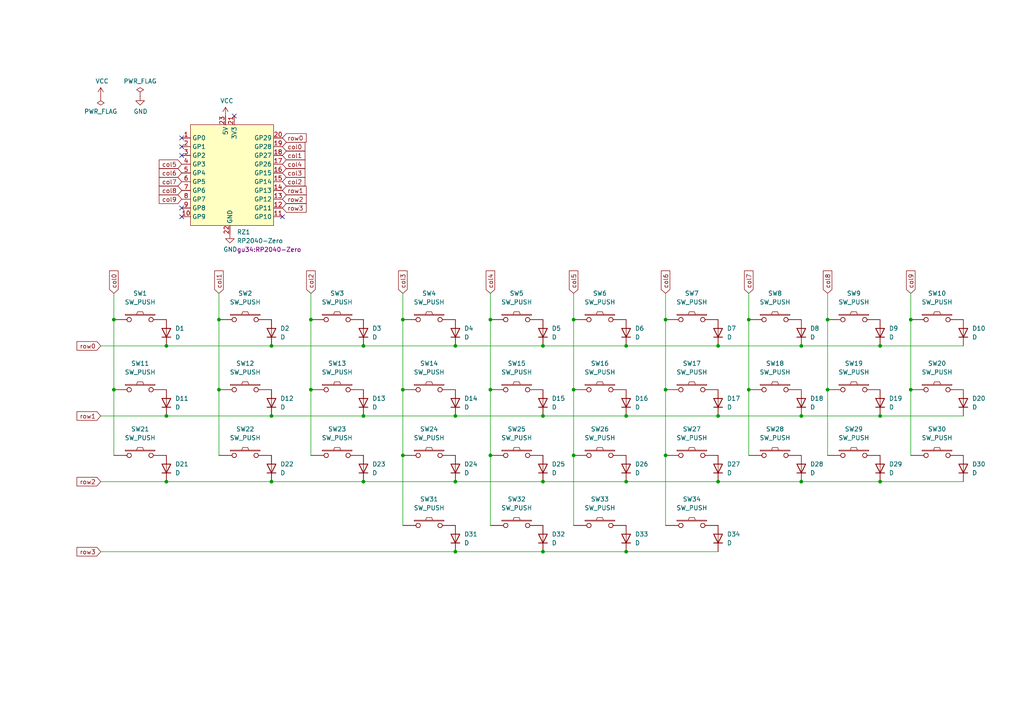
<source format=kicad_sch>
(kicad_sch (version 20211123) (generator eeschema)
  (paper "A4")
  (lib_symbols
    (symbol "Device:D" (pin_numbers hide) (pin_names (offset 1.016) hide)
      (property "Reference" "D" (at 0 2.54 0))
      (property "Value" "D" (at 0 -2.54 0))
      (symbol "D_0_1"
        (polyline (pts (xy -1.27 1.27) (xy -1.27 -1.27)) (stroke (width 0.254)))
        (polyline (pts (xy 1.27 0) (xy -1.27 0)))
        (polyline (pts (xy 1.27 1.27) (xy 1.27 -1.27) (xy -1.27 0) (xy 1.27 1.27)) (stroke (width 0.254)))
      )
      (symbol "D_1_1"
        (pin passive line (at -3.81 0 0) (length 2.54) (name "K") (number "1"))
        (pin passive line (at 3.81 0 180) (length 2.54) (name "A") (number "2"))
      )
    )
    (symbol "foostan_kbd:SW_PUSH" (pin_numbers hide) (pin_names (offset 1.016) hide)
      (property "Reference" "SW" (at 3.81 2.794 0))
      (property "Value" "SW_PUSH" (at 0 -2.032 0))
      (symbol "SW_PUSH_0_1"
        (rectangle (start -4.318 1.27) (end 4.318 1.524))
        (polyline (pts (xy -1.016 1.524) (xy -0.762 2.286) (xy 0.762 2.286) (xy 1.016 1.524)))
        (pin passive inverted (at -7.62 0 0) (length 5.08) (name "1") (number "1"))
        (pin passive inverted (at 7.62 0 180) (length 5.08) (name "2") (number "2"))
      )
    )
    (symbol "gu36:RP2040-Zero"
      (property "Reference" "RZ1" (at 2.0194 -17.145 0))
      (property "Value" "RP2040-Zero" (at 2.0194 -19.685 0))
      (property "Footprint" "gu36:RP2040-Zero" (at 2.0194 -22.225 0))
      (symbol "RP2040-Zero_0_1"
        (rectangle (start -11.43 -15.24) (end 12.7 13.97) (fill (type background)))
      )
      (symbol "RP2040-Zero_1_1"
        (pin bidirectional line (at -13.97 10.16 0) (length 2.54) (name "GP0") (number "1"))
        (pin bidirectional line (at -13.97 -12.7 0) (length 2.54) (name "GP9") (number "10"))
        (pin bidirectional line (at 15.24 -12.7 180) (length 2.54) (name "GP10") (number "11"))
        (pin bidirectional line (at 15.24 -10.16 180) (length 2.54) (name "GP11") (number "12"))
        (pin bidirectional line (at 15.24 -7.62 180) (length 2.54) (name "GP12") (number "13"))
        (pin bidirectional line (at 15.24 -5.08 180) (length 2.54) (name "GP13") (number "14"))
        (pin bidirectional line (at 15.24 -2.54 180) (length 2.54) (name "GP14") (number "15"))
        (pin bidirectional line (at 15.24 0 180) (length 2.54) (name "GP15") (number "16"))
        (pin bidirectional line (at 15.24 2.54 180) (length 2.54) (name "GP26") (number "17"))
        (pin bidirectional line (at 15.24 5.08 180) (length 2.54) (name "GP27") (number "18"))
        (pin bidirectional line (at 15.24 7.62 180) (length 2.54) (name "GP28") (number "19"))
        (pin bidirectional line (at -13.97 7.62 0) (length 2.54) (name "GP1") (number "2"))
        (pin bidirectional line (at 15.24 10.16 180) (length 2.54) (name "GP29") (number "20"))
        (pin power_in line (at 1.27 16.51 270) (length 2.54) (name "3V3") (number "21"))
        (pin power_in line (at 0 -17.78 90) (length 2.54) (name "GND") (number "22"))
        (pin power_in line (at -1.27 16.51 270) (length 2.54) (name "5V") (number "23"))
        (pin bidirectional line (at -13.97 5.08 0) (length 2.54) (name "GP2") (number "3"))
        (pin bidirectional line (at -13.97 2.54 0) (length 2.54) (name "GP3") (number "4"))
        (pin bidirectional line (at -13.97 0 0) (length 2.54) (name "GP4") (number "5"))
        (pin bidirectional line (at -13.97 -2.54 0) (length 2.54) (name "GP5") (number "6"))
        (pin bidirectional line (at -13.97 -5.08 0) (length 2.54) (name "GP6") (number "7"))
        (pin bidirectional line (at -13.97 -7.62 0) (length 2.54) (name "GP7") (number "8"))
        (pin bidirectional line (at -13.97 -10.16 0) (length 2.54) (name "GP8") (number "9"))
      )
    )
    (symbol "power:GND" (power) (pin_names (offset 0))
      (property "Value" "GND" (at 0 -3.81 0))
      (symbol "GND_0_1"
        (polyline (pts (xy 0 0) (xy 0 -1.27) (xy 1.27 -1.27) (xy 0 -2.54) (xy -1.27 -1.27) (xy 0 -1.27)))
      )
      (symbol "GND_1_1"
        (pin power_in line (at 0 0 270) (length 0) hide (name "GND") (number "1"))
      )
    )
    (symbol "power:PWR_FLAG" (power) (pin_numbers hide) (pin_names (offset 0) hide)
      (property "Value" "PWR_FLAG" (at 0 3.81 0))
      (symbol "PWR_FLAG_0_0"
        (pin power_out line (at 0 0 90) (length 0) (name "pwr") (number "1"))
      )
      (symbol "PWR_FLAG_0_1"
        (polyline (pts (xy 0 0) (xy 0 1.27) (xy -1.016 1.905) (xy 0 2.54) (xy 1.016 1.905) (xy 0 1.27)))
      )
    )
    (symbol "power:VCC" (power) (pin_names (offset 0))
      (property "Value" "VCC" (at 0 3.81 0))
      (symbol "VCC_0_1"
        (polyline (pts (xy -0.762 1.27) (xy 0 2.54)))
        (polyline (pts (xy 0 0) (xy 0 2.54)))
        (polyline (pts (xy 0 2.54) (xy 0.762 1.27)))
      )
      (symbol "VCC_1_1"
        (pin power_in line (at 0 0 90) (length 0) hide (name "VCC") (number "1"))
      )
    )
  )
  (junction (at 78.74 139.7))
  (junction (at 116.84 132.08))
  (junction (at 255.27 139.7))
  (junction (at 48.26 120.65))
  (junction (at 193.04 113.03))
  (junction (at 48.26 100.33))
  (junction (at 193.04 132.08))
  (junction (at 264.16 113.03))
  (junction (at 105.41 120.65))
  (junction (at 240.03 113.03))
  (junction (at 132.08 120.65))
  (junction (at 166.37 113.03))
  (junction (at 142.24 132.08))
  (junction (at 166.37 92.71))
  (junction (at 181.61 139.7))
  (junction (at 255.27 100.33))
  (junction (at 166.37 132.08))
  (junction (at 78.74 100.33))
  (junction (at 132.08 100.33))
  (junction (at 48.26 139.7))
  (junction (at 181.61 120.65))
  (junction (at 33.02 113.03))
  (junction (at 264.16 92.71))
  (junction (at 132.08 160.02))
  (junction (at 142.24 113.03))
  (junction (at 208.28 100.33))
  (junction (at 63.5 113.03))
  (junction (at 181.61 100.33))
  (junction (at 90.17 113.03))
  (junction (at 33.02 92.71))
  (junction (at 193.04 92.71))
  (junction (at 157.48 100.33))
  (junction (at 157.48 120.65))
  (junction (at 157.48 160.02))
  (junction (at 90.17 92.71))
  (junction (at 142.24 92.71))
  (junction (at 105.41 100.33))
  (junction (at 240.03 92.71))
  (junction (at 116.84 92.71))
  (junction (at 208.28 120.65))
  (junction (at 105.41 139.7))
  (junction (at 217.17 92.71))
  (junction (at 217.17 113.03))
  (junction (at 232.41 100.33))
  (junction (at 232.41 120.65))
  (junction (at 132.08 139.7))
  (junction (at 255.27 120.65))
  (junction (at 78.74 120.65))
  (junction (at 208.28 139.7))
  (junction (at 157.48 139.7))
  (junction (at 63.5 92.71))
  (junction (at 181.61 160.02))
  (junction (at 116.84 113.03))
  (junction (at 232.41 139.7))
  (no_connect (at 52.705 45.085))
  (no_connect (at 52.705 62.865))
  (no_connect (at 52.705 40.005))
  (no_connect (at 81.915 62.865))
  (no_connect (at 67.945 33.655))
  (no_connect (at 52.705 60.325))
  (no_connect (at 52.705 42.545))
  (wire (pts (xy 116.84 132.08) (xy 116.84 152.4)))
  (wire (pts (xy 142.24 92.71) (xy 142.24 113.03)))
  (wire (pts (xy 90.17 85.09) (xy 90.17 92.71)))
  (wire (pts (xy 29.21 139.7) (xy 48.26 139.7)))
  (wire (pts (xy 181.61 100.33) (xy 208.28 100.33)))
  (wire (pts (xy 166.37 132.08) (xy 166.37 152.4)))
  (wire (pts (xy 33.02 113.03) (xy 33.02 132.08)))
  (wire (pts (xy 48.26 139.7) (xy 78.74 139.7)))
  (wire (pts (xy 116.84 85.09) (xy 116.84 92.71)))
  (wire (pts (xy 264.16 92.71) (xy 264.16 113.03)))
  (wire (pts (xy 264.16 85.09) (xy 264.16 92.71)))
  (wire (pts (xy 193.04 85.09) (xy 193.04 92.71)))
  (wire (pts (xy 217.17 85.09) (xy 217.17 92.71)))
  (wire (pts (xy 78.74 120.65) (xy 105.41 120.65)))
  (wire (pts (xy 264.16 113.03) (xy 264.16 132.08)))
  (wire (pts (xy 232.41 120.65) (xy 255.27 120.65)))
  (wire (pts (xy 166.37 85.09) (xy 166.37 92.71)))
  (wire (pts (xy 157.48 139.7) (xy 181.61 139.7)))
  (wire (pts (xy 142.24 85.09) (xy 142.24 92.71)))
  (wire (pts (xy 232.41 139.7) (xy 255.27 139.7)))
  (wire (pts (xy 193.04 113.03) (xy 193.04 132.08)))
  (wire (pts (xy 208.28 139.7) (xy 232.41 139.7)))
  (wire (pts (xy 132.08 100.33) (xy 157.48 100.33)))
  (wire (pts (xy 157.48 100.33) (xy 181.61 100.33)))
  (wire (pts (xy 166.37 113.03) (xy 166.37 132.08)))
  (wire (pts (xy 255.27 100.33) (xy 279.4 100.33)))
  (wire (pts (xy 63.5 92.71) (xy 63.5 113.03)))
  (wire (pts (xy 181.61 139.7) (xy 208.28 139.7)))
  (wire (pts (xy 116.84 92.71) (xy 116.84 113.03)))
  (wire (pts (xy 217.17 113.03) (xy 217.17 132.08)))
  (wire (pts (xy 240.03 113.03) (xy 240.03 132.08)))
  (wire (pts (xy 29.21 160.02) (xy 132.08 160.02)))
  (wire (pts (xy 33.02 85.09) (xy 33.02 92.71)))
  (wire (pts (xy 63.5 113.03) (xy 63.5 132.08)))
  (wire (pts (xy 142.24 132.08) (xy 142.24 152.4)))
  (wire (pts (xy 78.74 139.7) (xy 105.41 139.7)))
  (wire (pts (xy 90.17 92.71) (xy 90.17 113.03)))
  (wire (pts (xy 48.26 100.33) (xy 78.74 100.33)))
  (wire (pts (xy 105.41 120.65) (xy 132.08 120.65)))
  (wire (pts (xy 132.08 120.65) (xy 157.48 120.65)))
  (wire (pts (xy 193.04 132.08) (xy 193.04 152.4)))
  (wire (pts (xy 240.03 85.09) (xy 240.03 92.71)))
  (wire (pts (xy 29.21 100.33) (xy 48.26 100.33)))
  (wire (pts (xy 116.84 113.03) (xy 116.84 132.08)))
  (wire (pts (xy 132.08 139.7) (xy 157.48 139.7)))
  (wire (pts (xy 78.74 100.33) (xy 105.41 100.33)))
  (wire (pts (xy 217.17 92.71) (xy 217.17 113.03)))
  (wire (pts (xy 63.5 85.09) (xy 63.5 92.71)))
  (wire (pts (xy 105.41 139.7) (xy 132.08 139.7)))
  (wire (pts (xy 181.61 120.65) (xy 208.28 120.65)))
  (wire (pts (xy 232.41 100.33) (xy 255.27 100.33)))
  (wire (pts (xy 208.28 100.33) (xy 232.41 100.33)))
  (wire (pts (xy 29.21 120.65) (xy 48.26 120.65)))
  (wire (pts (xy 255.27 139.7) (xy 279.4 139.7)))
  (wire (pts (xy 132.08 160.02) (xy 157.48 160.02)))
  (wire (pts (xy 208.28 120.65) (xy 232.41 120.65)))
  (wire (pts (xy 142.24 113.03) (xy 142.24 132.08)))
  (wire (pts (xy 166.37 92.71) (xy 166.37 113.03)))
  (wire (pts (xy 181.61 160.02) (xy 208.28 160.02)))
  (wire (pts (xy 33.02 92.71) (xy 33.02 113.03)))
  (wire (pts (xy 255.27 120.65) (xy 279.4 120.65)))
  (wire (pts (xy 90.17 113.03) (xy 90.17 132.08)))
  (wire (pts (xy 157.48 120.65) (xy 181.61 120.65)))
  (wire (pts (xy 157.48 160.02) (xy 181.61 160.02)))
  (wire (pts (xy 193.04 92.71) (xy 193.04 113.03)))
  (wire (pts (xy 105.41 100.33) (xy 132.08 100.33)))
  (wire (pts (xy 240.03 92.71) (xy 240.03 113.03)))
  (wire (pts (xy 48.26 120.65) (xy 78.74 120.65)))
  (global_label "row2" (shape input) (at 29.21 139.7 180) (property "シート間のリファレンス" "${INTERSHEET_REFS}" (effects hide)))
  (global_label "col9" (shape input) (at 264.16 85.09 90) (property "シート間のリファレンス" "${INTERSHEET_REFS}" (effects hide)))
  (global_label "row0" (shape input) (at 81.915 40.005 0) (property "シート間のリファレンス" "${INTERSHEET_REFS}" (effects hide)))
  (global_label "row1" (shape input) (at 81.915 55.245 0) (property "シート間のリファレンス" "${INTERSHEET_REFS}" (effects hide)))
  (global_label "row3" (shape input) (at 29.21 160.02 180) (property "シート間のリファレンス" "${INTERSHEET_REFS}" (effects hide)))
  (global_label "col7" (shape input) (at 52.705 52.705 180) (property "シート間のリファレンス" "${INTERSHEET_REFS}" (effects hide)))
  (global_label "row3" (shape input) (at 81.915 60.325 0) (property "シート間のリファレンス" "${INTERSHEET_REFS}" (effects hide)))
  (global_label "col1" (shape input) (at 63.5 85.09 90) (property "シート間のリファレンス" "${INTERSHEET_REFS}" (effects hide)))
  (global_label "col7" (shape input) (at 217.17 85.09 90) (property "シート間のリファレンス" "${INTERSHEET_REFS}" (effects hide)))
  (global_label "col8" (shape input) (at 240.03 85.09 90) (property "シート間のリファレンス" "${INTERSHEET_REFS}" (effects hide)))
  (global_label "row2" (shape input) (at 81.915 57.785 0) (property "シート間のリファレンス" "${INTERSHEET_REFS}" (effects hide)))
  (global_label "col1" (shape input) (at 81.915 45.085 0) (property "シート間のリファレンス" "${INTERSHEET_REFS}" (effects hide)))
  (global_label "col0" (shape input) (at 81.915 42.545 0) (property "シート間のリファレンス" "${INTERSHEET_REFS}" (effects hide)))
  (global_label "row1" (shape input) (at 29.21 120.65 180) (property "シート間のリファレンス" "${INTERSHEET_REFS}" (effects hide)))
  (global_label "row0" (shape input) (at 29.21 100.33 180) (property "シート間のリファレンス" "${INTERSHEET_REFS}" (effects hide)))
  (global_label "col6" (shape input) (at 52.705 50.165 180) (property "シート間のリファレンス" "${INTERSHEET_REFS}" (effects hide)))
  (global_label "col3" (shape input) (at 81.915 50.165 0) (property "シート間のリファレンス" "${INTERSHEET_REFS}" (effects hide)))
  (global_label "col5" (shape input) (at 52.705 47.625 180) (property "シート間のリファレンス" "${INTERSHEET_REFS}" (effects hide)))
  (global_label "col2" (shape input) (at 81.915 52.705 0) (property "シート間のリファレンス" "${INTERSHEET_REFS}" (effects hide)))
  (global_label "col9" (shape input) (at 52.705 57.785 180) (property "シート間のリファレンス" "${INTERSHEET_REFS}" (effects hide)))
  (global_label "col3" (shape input) (at 116.84 85.09 90) (property "シート間のリファレンス" "${INTERSHEET_REFS}" (effects hide)))
  (global_label "col4" (shape input) (at 81.915 47.625 0) (property "シート間のリファレンス" "${INTERSHEET_REFS}" (effects hide)))
  (global_label "col2" (shape input) (at 90.17 85.09 90) (property "シート間のリファレンス" "${INTERSHEET_REFS}" (effects hide)))
  (global_label "col6" (shape input) (at 193.04 85.09 90) (property "シート間のリファレンス" "${INTERSHEET_REFS}" (effects hide)))
  (global_label "col0" (shape input) (at 33.02 85.09 90) (property "シート間のリファレンス" "${INTERSHEET_REFS}" (effects hide)))
  (global_label "col4" (shape input) (at 142.24 85.09 90) (property "シート間のリファレンス" "${INTERSHEET_REFS}" (effects hide)))
  (global_label "col5" (shape input) (at 166.37 85.09 90) (property "シート間のリファレンス" "${INTERSHEET_REFS}" (effects hide)))
  (global_label "col8" (shape input) (at 52.705 55.245 180) (property "シート間のリファレンス" "${INTERSHEET_REFS}" (effects hide)))
  (symbol (lib_id "Device:D") (at 208.28 116.84 90) (unit 1)
    (property "Reference" "D17" (at 210.82 115.5699 90) (effects (justify right)))
    (property "Value" "D" (at 210.82 118.1099 90) (effects (justify right)))
    (property "Footprint" "gu34:Diode_SMD" (effects hide))
  )
  (symbol (lib_id "Device:D") (at 78.74 116.84 90) (unit 1)
    (property "Reference" "D12" (at 81.28 115.5699 90) (effects (justify right)))
    (property "Value" "D" (at 81.28 118.1099 90) (effects (justify right)))
    (property "Footprint" "gu34:Diode_SMD" (effects hide))
  )
  (symbol (lib_id "power:VCC") (at 29.21 27.94 0) (unit 1)
    (property "Reference" "#PWR01" (effects hide))
    (property "Value" "VCC" (at 29.591 23.5458 0))
  )
  (symbol (lib_id "foostan_kbd:SW_PUSH") (at 200.66 92.71 0) (unit 1)
    (property "Reference" "SW7" (at 200.66 85.09 0))
    (property "Value" "SW_PUSH" (at 200.66 87.63 0))
    (property "Footprint" "gu34:SW_Choc" (effects hide))
  )
  (symbol (lib_id "Device:D") (at 48.26 116.84 90) (unit 1)
    (property "Reference" "D11" (at 50.8 115.5699 90) (effects (justify right)))
    (property "Value" "D" (at 50.8 118.1099 90) (effects (justify right)))
    (property "Footprint" "gu34:Diode_SMD" (effects hide))
  )
  (symbol (lib_id "power:GND") (at 40.64 27.94 0) (unit 1)
    (property "Reference" "#PWR02" (effects hide))
    (property "Value" "GND" (at 40.767 32.3342 0))
  )
  (symbol (lib_id "Device:D") (at 105.41 135.89 90) (unit 1)
    (property "Reference" "D23" (at 107.95 134.6199 90) (effects (justify right)))
    (property "Value" "D" (at 107.95 137.1599 90) (effects (justify right)))
    (property "Footprint" "gu34:Diode_SMD" (effects hide))
  )
  (symbol (lib_id "foostan_kbd:SW_PUSH") (at 40.64 132.08 0) (unit 1)
    (property "Reference" "SW21" (at 40.64 124.46 0))
    (property "Value" "SW_PUSH" (at 40.64 127 0))
    (property "Footprint" "gu34:SW_Choc" (effects hide))
  )
  (symbol (lib_id "Device:D") (at 48.26 135.89 90) (unit 1)
    (property "Reference" "D21" (at 50.8 134.6199 90) (effects (justify right)))
    (property "Value" "D" (at 50.8 137.1599 90) (effects (justify right)))
    (property "Footprint" "gu34:Diode_SMD" (effects hide))
  )
  (symbol (lib_id "foostan_kbd:SW_PUSH") (at 173.99 113.03 0) (unit 1)
    (property "Reference" "SW16" (at 173.99 105.41 0))
    (property "Value" "SW_PUSH" (at 173.99 107.95 0))
    (property "Footprint" "gu34:SW_Choc" (effects hide))
  )
  (symbol (lib_id "power:GND") (at 66.675 67.945 0) (unit 1)
    (property "Reference" "#PWR04" (effects hide))
    (property "Value" "GND" (at 66.802 72.3392 0))
  )
  (symbol (lib_id "foostan_kbd:SW_PUSH") (at 40.64 113.03 0) (unit 1)
    (property "Reference" "SW11" (at 40.64 105.41 0))
    (property "Value" "SW_PUSH" (at 40.64 107.95 0))
    (property "Footprint" "gu34:SW_Choc" (effects hide))
  )
  (symbol (lib_id "Device:D") (at 255.27 96.52 90) (unit 1)
    (property "Reference" "D9" (at 257.81 95.2499 90) (effects (justify right)))
    (property "Value" "D" (at 257.81 97.7899 90) (effects (justify right)))
    (property "Footprint" "gu34:Diode_SMD" (effects hide))
  )
  (symbol (lib_id "Device:D") (at 255.27 116.84 90) (unit 1)
    (property "Reference" "D19" (at 257.81 115.5699 90) (effects (justify right)))
    (property "Value" "D" (at 257.81 118.1099 90) (effects (justify right)))
    (property "Footprint" "gu34:Diode_SMD" (effects hide))
  )
  (symbol (lib_id "Device:D") (at 132.08 96.52 90) (unit 1)
    (property "Reference" "D4" (at 134.62 95.2499 90) (effects (justify right)))
    (property "Value" "D" (at 134.62 97.7899 90) (effects (justify right)))
    (property "Footprint" "gu34:Diode_SMD" (effects hide))
  )
  (symbol (lib_id "Device:D") (at 78.74 96.52 90) (unit 1)
    (property "Reference" "D2" (at 81.28 95.2499 90) (effects (justify right)))
    (property "Value" "D" (at 81.28 97.7899 90) (effects (justify right)))
    (property "Footprint" "gu34:Diode_SMD" (effects hide))
  )
  (symbol (lib_id "foostan_kbd:SW_PUSH") (at 247.65 113.03 0) (unit 1)
    (property "Reference" "SW19" (at 247.65 105.41 0))
    (property "Value" "SW_PUSH" (at 247.65 107.95 0))
    (property "Footprint" "gu34:SW_Choc" (effects hide))
  )
  (symbol (lib_id "Device:D") (at 181.61 116.84 90) (unit 1)
    (property "Reference" "D16" (at 184.15 115.5699 90) (effects (justify right)))
    (property "Value" "D" (at 184.15 118.1099 90) (effects (justify right)))
    (property "Footprint" "gu34:Diode_SMD" (effects hide))
  )
  (symbol (lib_id "Device:D") (at 78.74 135.89 90) (unit 1)
    (property "Reference" "D22" (at 81.28 134.6199 90) (effects (justify right)))
    (property "Value" "D" (at 81.28 137.1599 90) (effects (justify right)))
    (property "Footprint" "gu34:Diode_SMD" (effects hide))
  )
  (symbol (lib_id "Device:D") (at 279.4 96.52 90) (unit 1)
    (property "Reference" "D10" (at 281.94 95.2499 90) (effects (justify right)))
    (property "Value" "D" (at 281.94 97.7899 90) (effects (justify right)))
    (property "Footprint" "gu34:Diode_SMD" (effects hide))
  )
  (symbol (lib_id "Device:D") (at 232.41 96.52 90) (unit 1)
    (property "Reference" "D8" (at 234.95 95.2499 90) (effects (justify right)))
    (property "Value" "D" (at 234.95 97.7899 90) (effects (justify right)))
    (property "Footprint" "gu34:Diode_SMD" (effects hide))
  )
  (symbol (lib_id "foostan_kbd:SW_PUSH") (at 247.65 92.71 0) (unit 1)
    (property "Reference" "SW9" (at 247.65 85.09 0))
    (property "Value" "SW_PUSH" (at 247.65 87.63 0))
    (property "Footprint" "gu34:SW_Choc" (effects hide))
  )
  (symbol (lib_id "foostan_kbd:SW_PUSH") (at 200.66 113.03 0) (unit 1)
    (property "Reference" "SW17" (at 200.66 105.41 0))
    (property "Value" "SW_PUSH" (at 200.66 107.95 0))
    (property "Footprint" "gu34:SW_Choc" (effects hide))
  )
  (symbol (lib_id "foostan_kbd:SW_PUSH") (at 149.86 132.08 0) (unit 1)
    (property "Reference" "SW25" (at 149.86 124.46 0))
    (property "Value" "SW_PUSH" (at 149.86 127 0))
    (property "Footprint" "gu34:SW_Choc" (effects hide))
  )
  (symbol (lib_id "Device:D") (at 157.48 156.21 90) (unit 1)
    (property "Reference" "D32" (at 160.02 154.9399 90) (effects (justify right)))
    (property "Value" "D" (at 160.02 157.4799 90) (effects (justify right)))
    (property "Footprint" "gu34:Diode_SMD" (effects hide))
  )
  (symbol (lib_id "Device:D") (at 279.4 116.84 90) (unit 1)
    (property "Reference" "D20" (at 281.94 115.5699 90) (effects (justify right)))
    (property "Value" "D" (at 281.94 118.1099 90) (effects (justify right)))
    (property "Footprint" "gu34:Diode_SMD" (effects hide))
  )
  (symbol (lib_id "Device:D") (at 232.41 135.89 90) (unit 1)
    (property "Reference" "D28" (at 234.95 134.6199 90) (effects (justify right)))
    (property "Value" "D" (at 234.95 137.1599 90) (effects (justify right)))
    (property "Footprint" "gu34:Diode_SMD" (effects hide))
  )
  (symbol (lib_id "foostan_kbd:SW_PUSH") (at 71.12 113.03 0) (unit 1)
    (property "Reference" "SW12" (at 71.12 105.41 0))
    (property "Value" "SW_PUSH" (at 71.12 107.95 0))
    (property "Footprint" "gu34:SW_Choc" (effects hide))
  )
  (symbol (lib_id "foostan_kbd:SW_PUSH") (at 173.99 152.4 0) (unit 1)
    (property "Reference" "SW33" (at 173.99 144.78 0))
    (property "Value" "SW_PUSH" (at 173.99 147.32 0))
    (property "Footprint" "gu34:SW_Choc" (effects hide))
  )
  (symbol (lib_id "foostan_kbd:SW_PUSH") (at 97.79 92.71 0) (unit 1)
    (property "Reference" "SW3" (at 97.79 85.09 0))
    (property "Value" "SW_PUSH" (at 97.79 87.63 0))
    (property "Footprint" "gu34:SW_Choc" (effects hide))
  )
  (symbol (lib_id "foostan_kbd:SW_PUSH") (at 149.86 113.03 0) (unit 1)
    (property "Reference" "SW15" (at 149.86 105.41 0))
    (property "Value" "SW_PUSH" (at 149.86 107.95 0))
    (property "Footprint" "gu34:SW_Choc" (effects hide))
  )
  (symbol (lib_id "foostan_kbd:SW_PUSH") (at 173.99 92.71 0) (unit 1)
    (property "Reference" "SW6" (at 173.99 85.09 0))
    (property "Value" "SW_PUSH" (at 173.99 87.63 0))
    (property "Footprint" "gu34:SW_Choc" (effects hide))
  )
  (symbol (lib_id "foostan_kbd:SW_PUSH") (at 224.79 92.71 0) (unit 1)
    (property "Reference" "SW8" (at 224.79 85.09 0))
    (property "Value" "SW_PUSH" (at 224.79 87.63 0))
    (property "Footprint" "gu34:SW_Choc" (effects hide))
  )
  (symbol (lib_id "foostan_kbd:SW_PUSH") (at 247.65 132.08 0) (unit 1)
    (property "Reference" "SW29" (at 247.65 124.46 0))
    (property "Value" "SW_PUSH" (at 247.65 127 0))
    (property "Footprint" "gu34:SW_Choc" (effects hide))
  )
  (symbol (lib_id "foostan_kbd:SW_PUSH") (at 149.86 92.71 0) (unit 1)
    (property "Reference" "SW5" (at 149.86 85.09 0))
    (property "Value" "SW_PUSH" (at 149.86 87.63 0))
    (property "Footprint" "gu34:SW_Choc" (effects hide))
  )
  (symbol (lib_id "foostan_kbd:SW_PUSH") (at 173.99 132.08 0) (unit 1)
    (property "Reference" "SW26" (at 173.99 124.46 0))
    (property "Value" "SW_PUSH" (at 173.99 127 0))
    (property "Footprint" "gu34:SW_Choc" (effects hide))
  )
  (symbol (lib_id "Device:D") (at 208.28 156.21 90) (unit 1)
    (property "Reference" "D34" (at 210.82 154.9399 90) (effects (justify right)))
    (property "Value" "D" (at 210.82 157.4799 90) (effects (justify right)))
    (property "Footprint" "gu34:Diode_SMD" (effects hide))
  )
  (symbol (lib_id "Device:D") (at 105.41 96.52 90) (unit 1)
    (property "Reference" "D3" (at 107.95 95.2499 90) (effects (justify right)))
    (property "Value" "D" (at 107.95 97.7899 90) (effects (justify right)))
    (property "Footprint" "gu34:Diode_SMD" (effects hide))
  )
  (symbol (lib_id "foostan_kbd:SW_PUSH") (at 97.79 113.03 0) (unit 1)
    (property "Reference" "SW13" (at 97.79 105.41 0))
    (property "Value" "SW_PUSH" (at 97.79 107.95 0))
    (property "Footprint" "gu34:SW_Choc" (effects hide))
  )
  (symbol (lib_id "Device:D") (at 181.61 156.21 90) (unit 1)
    (property "Reference" "D33" (at 184.15 154.9399 90) (effects (justify right)))
    (property "Value" "D" (at 184.15 157.4799 90) (effects (justify right)))
    (property "Footprint" "gu34:Diode_SMD" (effects hide))
  )
  (symbol (lib_id "gu36:RP2040-Zero") (at 66.675 50.165 0) (unit 1)
    (property "Reference" "RZ1" (at 68.6944 67.31 0) (effects (justify left)))
    (property "Value" "RP2040-Zero" (at 68.6944 69.85 0) (effects (justify left)))
    (property "Footprint" "gu34:RP2040-Zero" (at 68.6944 72.39 0) (effects (justify left)))
  )
  (symbol (lib_id "Device:D") (at 132.08 116.84 90) (unit 1)
    (property "Reference" "D14" (at 134.62 115.5699 90) (effects (justify right)))
    (property "Value" "D" (at 134.62 118.1099 90) (effects (justify right)))
    (property "Footprint" "gu34:Diode_SMD" (effects hide))
  )
  (symbol (lib_id "foostan_kbd:SW_PUSH") (at 200.66 132.08 0) (unit 1)
    (property "Reference" "SW27" (at 200.66 124.46 0))
    (property "Value" "SW_PUSH" (at 200.66 127 0))
    (property "Footprint" "gu34:SW_Choc" (effects hide))
  )
  (symbol (lib_id "foostan_kbd:SW_PUSH") (at 124.46 132.08 0) (unit 1)
    (property "Reference" "SW24" (at 124.46 124.46 0))
    (property "Value" "SW_PUSH" (at 124.46 127 0))
    (property "Footprint" "gu34:SW_Choc" (effects hide))
  )
  (symbol (lib_id "Device:D") (at 132.08 135.89 90) (unit 1)
    (property "Reference" "D24" (at 134.62 134.6199 90) (effects (justify right)))
    (property "Value" "D" (at 134.62 137.1599 90) (effects (justify right)))
    (property "Footprint" "gu34:Diode_SMD" (effects hide))
  )
  (symbol (lib_id "Device:D") (at 208.28 96.52 90) (unit 1)
    (property "Reference" "D7" (at 210.82 95.2499 90) (effects (justify right)))
    (property "Value" "D" (at 210.82 97.7899 90) (effects (justify right)))
    (property "Footprint" "gu34:Diode_SMD" (effects hide))
  )
  (symbol (lib_id "Device:D") (at 181.61 96.52 90) (unit 1)
    (property "Reference" "D6" (at 184.15 95.2499 90) (effects (justify right)))
    (property "Value" "D" (at 184.15 97.7899 90) (effects (justify right)))
    (property "Footprint" "gu34:Diode_SMD" (effects hide))
  )
  (symbol (lib_id "power:VCC") (at 65.405 33.655 0) (unit 1)
    (property "Reference" "#PWR03" (effects hide))
    (property "Value" "VCC" (at 65.786 29.2608 0))
  )
  (symbol (lib_id "foostan_kbd:SW_PUSH") (at 124.46 152.4 0) (unit 1)
    (property "Reference" "SW31" (at 124.46 144.78 0))
    (property "Value" "SW_PUSH" (at 124.46 147.32 0))
    (property "Footprint" "gu34:SW_Choc" (effects hide))
  )
  (symbol (lib_id "foostan_kbd:SW_PUSH") (at 124.46 92.71 0) (unit 1)
    (property "Reference" "SW4" (at 124.46 85.09 0))
    (property "Value" "SW_PUSH" (at 124.46 87.63 0))
    (property "Footprint" "gu34:SW_Choc" (effects hide))
  )
  (symbol (lib_id "power:PWR_FLAG") (at 40.64 27.94 0) (unit 1)
    (property "Reference" "#FLG02" (effects hide))
    (property "Value" "PWR_FLAG" (at 40.64 23.5458 0))
  )
  (symbol (lib_id "Device:D") (at 157.48 96.52 90) (unit 1)
    (property "Reference" "D5" (at 160.02 95.2499 90) (effects (justify right)))
    (property "Value" "D" (at 160.02 97.7899 90) (effects (justify right)))
    (property "Footprint" "gu34:Diode_SMD" (effects hide))
  )
  (symbol (lib_id "foostan_kbd:SW_PUSH") (at 200.66 152.4 0) (unit 1)
    (property "Reference" "SW34" (at 200.66 144.78 0))
    (property "Value" "SW_PUSH" (at 200.66 147.32 0))
    (property "Footprint" "gu34:SW_Choc" (effects hide))
  )
  (symbol (lib_id "foostan_kbd:SW_PUSH") (at 149.86 152.4 0) (unit 1)
    (property "Reference" "SW32" (at 149.86 144.78 0))
    (property "Value" "SW_PUSH" (at 149.86 147.32 0))
    (property "Footprint" "gu34:SW_Choc" (effects hide))
  )
  (symbol (lib_id "Device:D") (at 232.41 116.84 90) (unit 1)
    (property "Reference" "D18" (at 234.95 115.5699 90) (effects (justify right)))
    (property "Value" "D" (at 234.95 118.1099 90) (effects (justify right)))
    (property "Footprint" "gu34:Diode_SMD" (effects hide))
  )
  (symbol (lib_id "foostan_kbd:SW_PUSH") (at 71.12 132.08 0) (unit 1)
    (property "Reference" "SW22" (at 71.12 124.46 0))
    (property "Value" "SW_PUSH" (at 71.12 127 0))
    (property "Footprint" "gu34:SW_Choc" (effects hide))
  )
  (symbol (lib_id "foostan_kbd:SW_PUSH") (at 40.64 92.71 0) (unit 1)
    (property "Reference" "SW1" (at 40.64 85.09 0))
    (property "Value" "SW_PUSH" (at 40.64 87.63 0))
    (property "Footprint" "gu34:SW_Choc" (effects hide))
  )
  (symbol (lib_id "Device:D") (at 157.48 116.84 90) (unit 1)
    (property "Reference" "D15" (at 160.02 115.5699 90) (effects (justify right)))
    (property "Value" "D" (at 160.02 118.1099 90) (effects (justify right)))
    (property "Footprint" "gu34:Diode_SMD" (effects hide))
  )
  (symbol (lib_id "Device:D") (at 181.61 135.89 90) (unit 1)
    (property "Reference" "D26" (at 184.15 134.6199 90) (effects (justify right)))
    (property "Value" "D" (at 184.15 137.1599 90) (effects (justify right)))
    (property "Footprint" "gu34:Diode_SMD" (effects hide))
  )
  (symbol (lib_id "foostan_kbd:SW_PUSH") (at 97.79 132.08 0) (unit 1)
    (property "Reference" "SW23" (at 97.79 124.46 0))
    (property "Value" "SW_PUSH" (at 97.79 127 0))
    (property "Footprint" "gu34:SW_Choc" (effects hide))
  )
  (symbol (lib_id "foostan_kbd:SW_PUSH") (at 224.79 113.03 0) (unit 1)
    (property "Reference" "SW18" (at 224.79 105.41 0))
    (property "Value" "SW_PUSH" (at 224.79 107.95 0))
    (property "Footprint" "gu34:SW_Choc" (effects hide))
  )
  (symbol (lib_id "Device:D") (at 132.08 156.21 90) (unit 1)
    (property "Reference" "D31" (at 134.62 154.9399 90) (effects (justify right)))
    (property "Value" "D" (at 134.62 157.4799 90) (effects (justify right)))
    (property "Footprint" "gu34:Diode_SMD" (effects hide))
  )
  (symbol (lib_id "Device:D") (at 255.27 135.89 90) (unit 1)
    (property "Reference" "D29" (at 257.81 134.6199 90) (effects (justify right)))
    (property "Value" "D" (at 257.81 137.1599 90) (effects (justify right)))
    (property "Footprint" "gu34:Diode_SMD" (effects hide))
  )
  (symbol (lib_id "Device:D") (at 105.41 116.84 90) (unit 1)
    (property "Reference" "D13" (at 107.95 115.5699 90) (effects (justify right)))
    (property "Value" "D" (at 107.95 118.1099 90) (effects (justify right)))
    (property "Footprint" "gu34:Diode_SMD" (effects hide))
  )
  (symbol (lib_id "foostan_kbd:SW_PUSH") (at 124.46 113.03 0) (unit 1)
    (property "Reference" "SW14" (at 124.46 105.41 0))
    (property "Value" "SW_PUSH" (at 124.46 107.95 0))
    (property "Footprint" "gu34:SW_Choc" (effects hide))
  )
  (symbol (lib_id "Device:D") (at 157.48 135.89 90) (unit 1)
    (property "Reference" "D25" (at 160.02 134.6199 90) (effects (justify right)))
    (property "Value" "D" (at 160.02 137.1599 90) (effects (justify right)))
    (property "Footprint" "gu34:Diode_SMD" (effects hide))
  )
  (symbol (lib_id "Device:D") (at 48.26 96.52 90) (unit 1)
    (property "Reference" "D1" (at 50.8 95.2499 90) (effects (justify right)))
    (property "Value" "D" (at 50.8 97.7899 90) (effects (justify right)))
    (property "Footprint" "gu34:Diode_SMD" (effects hide))
  )
  (symbol (lib_id "foostan_kbd:SW_PUSH") (at 271.78 132.08 0) (unit 1)
    (property "Reference" "SW30" (at 271.78 124.46 0))
    (property "Value" "SW_PUSH" (at 271.78 127 0))
    (property "Footprint" "gu34:SW_Choc" (effects hide))
  )
  (symbol (lib_id "foostan_kbd:SW_PUSH") (at 224.79 132.08 0) (unit 1)
    (property "Reference" "SW28" (at 224.79 124.46 0))
    (property "Value" "SW_PUSH" (at 224.79 127 0))
    (property "Footprint" "gu34:SW_Choc" (effects hide))
  )
  (symbol (lib_id "Device:D") (at 208.28 135.89 90) (unit 1)
    (property "Reference" "D27" (at 210.82 134.6199 90) (effects (justify right)))
    (property "Value" "D" (at 210.82 137.1599 90) (effects (justify right)))
    (property "Footprint" "gu34:Diode_SMD" (effects hide))
  )
  (symbol (lib_id "foostan_kbd:SW_PUSH") (at 271.78 92.71 0) (unit 1)
    (property "Reference" "SW10" (at 271.78 85.09 0))
    (property "Value" "SW_PUSH" (at 271.78 87.63 0))
    (property "Footprint" "gu34:SW_Choc" (effects hide))
  )
  (symbol (lib_id "foostan_kbd:SW_PUSH") (at 271.78 113.03 0) (unit 1)
    (property "Reference" "SW20" (at 271.78 105.41 0))
    (property "Value" "SW_PUSH" (at 271.78 107.95 0))
    (property "Footprint" "gu34:SW_Choc" (effects hide))
  )
  (symbol (lib_id "power:PWR_FLAG") (at 29.21 27.94 180) (unit 1)
    (property "Reference" "#FLG01" (effects hide))
    (property "Value" "PWR_FLAG" (at 29.21 32.3342 0))
  )
  (symbol (lib_id "Device:D") (at 279.4 135.89 90) (unit 1)
    (property "Reference" "D30" (at 281.94 134.6199 90) (effects (justify right)))
    (property "Value" "D" (at 281.94 137.1599 90) (effects (justify right)))
    (property "Footprint" "gu34:Diode_SMD" (effects hide))
  )
  (symbol (lib_id "foostan_kbd:SW_PUSH") (at 71.12 92.71 0) (unit 1)
    (property "Reference" "SW2" (at 71.12 85.09 0))
    (property "Value" "SW_PUSH" (at 71.12 87.63 0))
    (property "Footprint" "gu34:SW_Choc" (effects hide))
  )
)
</source>
